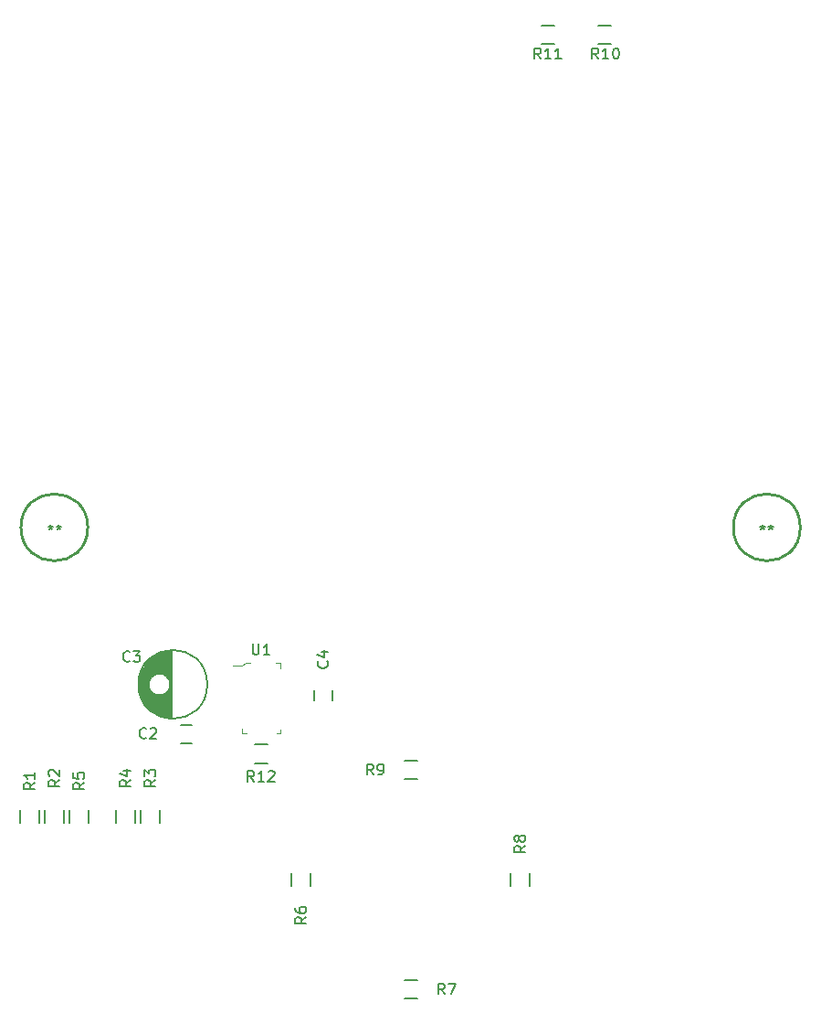
<source format=gbr>
G04 #@! TF.FileFunction,Legend,Top*
%FSLAX46Y46*%
G04 Gerber Fmt 4.6, Leading zero omitted, Abs format (unit mm)*
G04 Created by KiCad (PCBNEW 4.0.2+dfsg1-stable) date Thu 23 Aug 2018 11:31:02 AM EDT*
%MOMM*%
G01*
G04 APERTURE LIST*
%ADD10C,0.100000*%
%ADD11C,0.254000*%
%ADD12C,0.150000*%
G04 APERTURE END LIST*
D10*
D11*
X68100000Y-102000000D02*
G75*
G03X68100000Y-102000000I-3100000J0D01*
G01*
X134154000Y-102000000D02*
G75*
G03X134154000Y-102000000I-3100000J0D01*
G01*
D12*
X68185000Y-128178000D02*
X68185000Y-129378000D01*
X66435000Y-129378000D02*
X66435000Y-128178000D01*
X115376400Y-55513000D02*
X116576400Y-55513000D01*
X116576400Y-57263000D02*
X115376400Y-57263000D01*
X110144000Y-55513000D02*
X111344000Y-55513000D01*
X111344000Y-57263000D02*
X110144000Y-57263000D01*
X76734929Y-121960373D02*
X77734929Y-121960373D01*
X77734929Y-120260373D02*
X76734929Y-120260373D01*
X75909929Y-119687373D02*
X75909929Y-113389373D01*
X75769929Y-119681373D02*
X75769929Y-113395373D01*
X75629929Y-119668373D02*
X75629929Y-116984373D01*
X75629929Y-116092373D02*
X75629929Y-113408373D01*
X75489929Y-119649373D02*
X75489929Y-117194373D01*
X75489929Y-115882373D02*
X75489929Y-113427373D01*
X75349929Y-119623373D02*
X75349929Y-117327373D01*
X75349929Y-115749373D02*
X75349929Y-113453373D01*
X75209929Y-119591373D02*
X75209929Y-117418373D01*
X75209929Y-115658373D02*
X75209929Y-113485373D01*
X75069929Y-119552373D02*
X75069929Y-117480373D01*
X75069929Y-115596373D02*
X75069929Y-113524373D01*
X74929929Y-119506373D02*
X74929929Y-117519373D01*
X74929929Y-115557373D02*
X74929929Y-113570373D01*
X74789929Y-119453373D02*
X74789929Y-117536373D01*
X74789929Y-115540373D02*
X74789929Y-113623373D01*
X74649929Y-119391373D02*
X74649929Y-117534373D01*
X74649929Y-115542373D02*
X74649929Y-113685373D01*
X74509929Y-119321373D02*
X74509929Y-117512373D01*
X74509929Y-115564373D02*
X74509929Y-113755373D01*
X74369929Y-119242373D02*
X74369929Y-117469373D01*
X74369929Y-115607373D02*
X74369929Y-113834373D01*
X74229929Y-119154373D02*
X74229929Y-117401373D01*
X74229929Y-115675373D02*
X74229929Y-113922373D01*
X74089929Y-119054373D02*
X74089929Y-117302373D01*
X74089929Y-115774373D02*
X74089929Y-114022373D01*
X73949929Y-118942373D02*
X73949929Y-117157373D01*
X73949929Y-115919373D02*
X73949929Y-114134373D01*
X73809929Y-118817373D02*
X73809929Y-116918373D01*
X73809929Y-116158373D02*
X73809929Y-114259373D01*
X73669929Y-118674373D02*
X73669929Y-114402373D01*
X73529929Y-118512373D02*
X73529929Y-114564373D01*
X73389929Y-118324373D02*
X73389929Y-114752373D01*
X73249929Y-118101373D02*
X73249929Y-114975373D01*
X73109929Y-117825373D02*
X73109929Y-115251373D01*
X72969929Y-117450373D02*
X72969929Y-115626373D01*
X75734929Y-116538373D02*
G75*
G03X75734929Y-116538373I-1000000J0D01*
G01*
X79172429Y-116538373D02*
G75*
G03X79172429Y-116538373I-3187500J0D01*
G01*
X89084929Y-117054373D02*
X89084929Y-118054373D01*
X90784929Y-118054373D02*
X90784929Y-117054373D01*
X63613000Y-128178000D02*
X63613000Y-129378000D01*
X61863000Y-129378000D02*
X61863000Y-128178000D01*
X65899000Y-128178000D02*
X65899000Y-129378000D01*
X64149000Y-129378000D02*
X64149000Y-128178000D01*
X74789000Y-128178000D02*
X74789000Y-129378000D01*
X73039000Y-129378000D02*
X73039000Y-128178000D01*
X70753000Y-129378000D02*
X70753000Y-128178000D01*
X72503000Y-128178000D02*
X72503000Y-129378000D01*
D10*
X83169929Y-114533373D02*
X82694929Y-114533373D01*
X82694929Y-114533373D02*
X82369929Y-114833373D01*
X82369929Y-114833373D02*
X81569929Y-114833373D01*
X82844929Y-121083373D02*
X82369929Y-121083373D01*
X82369929Y-121083373D02*
X82369929Y-120633373D01*
X85919929Y-115033373D02*
X85919929Y-114533373D01*
X85919929Y-114533373D02*
X85519929Y-114533373D01*
X85919929Y-120708373D02*
X85919929Y-121083373D01*
X85919929Y-121083373D02*
X85619929Y-121083373D01*
D12*
X88759000Y-134020000D02*
X88759000Y-135220000D01*
X87009000Y-135220000D02*
X87009000Y-134020000D01*
X97444000Y-143905000D02*
X98644000Y-143905000D01*
X98644000Y-145655000D02*
X97444000Y-145655000D01*
X107329000Y-135220000D02*
X107329000Y-134020000D01*
X109079000Y-134020000D02*
X109079000Y-135220000D01*
X98644000Y-125335000D02*
X97444000Y-125335000D01*
X97444000Y-123585000D02*
X98644000Y-123585000D01*
X83549993Y-122107401D02*
X84749993Y-122107401D01*
X84749993Y-123857401D02*
X83549993Y-123857401D01*
X64643047Y-101763581D02*
X64643047Y-102001676D01*
X64404952Y-101906438D02*
X64643047Y-102001676D01*
X64881143Y-101906438D01*
X64500190Y-102192152D02*
X64643047Y-102001676D01*
X64785905Y-102192152D01*
X65404952Y-101763581D02*
X65404952Y-102001676D01*
X65166857Y-101906438D02*
X65404952Y-102001676D01*
X65643048Y-101906438D01*
X65262095Y-102192152D02*
X65404952Y-102001676D01*
X65547810Y-102192152D01*
X130657647Y-101788981D02*
X130657647Y-102027076D01*
X130419552Y-101931838D02*
X130657647Y-102027076D01*
X130895743Y-101931838D01*
X130514790Y-102217552D02*
X130657647Y-102027076D01*
X130800505Y-102217552D01*
X131419552Y-101788981D02*
X131419552Y-102027076D01*
X131181457Y-101931838D02*
X131419552Y-102027076D01*
X131657648Y-101931838D01*
X131276695Y-102217552D02*
X131419552Y-102027076D01*
X131562410Y-102217552D01*
X67762381Y-125642666D02*
X67286190Y-125976000D01*
X67762381Y-126214095D02*
X66762381Y-126214095D01*
X66762381Y-125833142D01*
X66810000Y-125737904D01*
X66857619Y-125690285D01*
X66952857Y-125642666D01*
X67095714Y-125642666D01*
X67190952Y-125690285D01*
X67238571Y-125737904D01*
X67286190Y-125833142D01*
X67286190Y-126214095D01*
X66762381Y-124737904D02*
X66762381Y-125214095D01*
X67238571Y-125261714D01*
X67190952Y-125214095D01*
X67143333Y-125118857D01*
X67143333Y-124880761D01*
X67190952Y-124785523D01*
X67238571Y-124737904D01*
X67333810Y-124690285D01*
X67571905Y-124690285D01*
X67667143Y-124737904D01*
X67714762Y-124785523D01*
X67762381Y-124880761D01*
X67762381Y-125118857D01*
X67714762Y-125214095D01*
X67667143Y-125261714D01*
X115435143Y-58618381D02*
X115101809Y-58142190D01*
X114863714Y-58618381D02*
X114863714Y-57618381D01*
X115244667Y-57618381D01*
X115339905Y-57666000D01*
X115387524Y-57713619D01*
X115435143Y-57808857D01*
X115435143Y-57951714D01*
X115387524Y-58046952D01*
X115339905Y-58094571D01*
X115244667Y-58142190D01*
X114863714Y-58142190D01*
X116387524Y-58618381D02*
X115816095Y-58618381D01*
X116101809Y-58618381D02*
X116101809Y-57618381D01*
X116006571Y-57761238D01*
X115911333Y-57856476D01*
X115816095Y-57904095D01*
X117006571Y-57618381D02*
X117101810Y-57618381D01*
X117197048Y-57666000D01*
X117244667Y-57713619D01*
X117292286Y-57808857D01*
X117339905Y-57999333D01*
X117339905Y-58237429D01*
X117292286Y-58427905D01*
X117244667Y-58523143D01*
X117197048Y-58570762D01*
X117101810Y-58618381D01*
X117006571Y-58618381D01*
X116911333Y-58570762D01*
X116863714Y-58523143D01*
X116816095Y-58427905D01*
X116768476Y-58237429D01*
X116768476Y-57999333D01*
X116816095Y-57808857D01*
X116863714Y-57713619D01*
X116911333Y-57666000D01*
X117006571Y-57618381D01*
X110101143Y-58618381D02*
X109767809Y-58142190D01*
X109529714Y-58618381D02*
X109529714Y-57618381D01*
X109910667Y-57618381D01*
X110005905Y-57666000D01*
X110053524Y-57713619D01*
X110101143Y-57808857D01*
X110101143Y-57951714D01*
X110053524Y-58046952D01*
X110005905Y-58094571D01*
X109910667Y-58142190D01*
X109529714Y-58142190D01*
X111053524Y-58618381D02*
X110482095Y-58618381D01*
X110767809Y-58618381D02*
X110767809Y-57618381D01*
X110672571Y-57761238D01*
X110577333Y-57856476D01*
X110482095Y-57904095D01*
X112005905Y-58618381D02*
X111434476Y-58618381D01*
X111720190Y-58618381D02*
X111720190Y-57618381D01*
X111624952Y-57761238D01*
X111529714Y-57856476D01*
X111434476Y-57904095D01*
X73512263Y-121467516D02*
X73464644Y-121515135D01*
X73321787Y-121562754D01*
X73226549Y-121562754D01*
X73083691Y-121515135D01*
X72988453Y-121419897D01*
X72940834Y-121324659D01*
X72893215Y-121134183D01*
X72893215Y-120991325D01*
X72940834Y-120800849D01*
X72988453Y-120705611D01*
X73083691Y-120610373D01*
X73226549Y-120562754D01*
X73321787Y-120562754D01*
X73464644Y-120610373D01*
X73512263Y-120657992D01*
X73893215Y-120657992D02*
X73940834Y-120610373D01*
X74036072Y-120562754D01*
X74274168Y-120562754D01*
X74369406Y-120610373D01*
X74417025Y-120657992D01*
X74464644Y-120753230D01*
X74464644Y-120848468D01*
X74417025Y-120991325D01*
X73845596Y-121562754D01*
X74464644Y-121562754D01*
X71988263Y-114355516D02*
X71940644Y-114403135D01*
X71797787Y-114450754D01*
X71702549Y-114450754D01*
X71559691Y-114403135D01*
X71464453Y-114307897D01*
X71416834Y-114212659D01*
X71369215Y-114022183D01*
X71369215Y-113879325D01*
X71416834Y-113688849D01*
X71464453Y-113593611D01*
X71559691Y-113498373D01*
X71702549Y-113450754D01*
X71797787Y-113450754D01*
X71940644Y-113498373D01*
X71988263Y-113545992D01*
X72321596Y-113450754D02*
X72940644Y-113450754D01*
X72607310Y-113831706D01*
X72750168Y-113831706D01*
X72845406Y-113879325D01*
X72893025Y-113926944D01*
X72940644Y-114022183D01*
X72940644Y-114260278D01*
X72893025Y-114355516D01*
X72845406Y-114403135D01*
X72750168Y-114450754D01*
X72464453Y-114450754D01*
X72369215Y-114403135D01*
X72321596Y-114355516D01*
X90292072Y-114399039D02*
X90339691Y-114446658D01*
X90387310Y-114589515D01*
X90387310Y-114684753D01*
X90339691Y-114827611D01*
X90244453Y-114922849D01*
X90149215Y-114970468D01*
X89958739Y-115018087D01*
X89815881Y-115018087D01*
X89625405Y-114970468D01*
X89530167Y-114922849D01*
X89434929Y-114827611D01*
X89387310Y-114684753D01*
X89387310Y-114589515D01*
X89434929Y-114446658D01*
X89482548Y-114399039D01*
X89720643Y-113541896D02*
X90387310Y-113541896D01*
X89339691Y-113779992D02*
X90053977Y-114018087D01*
X90053977Y-113399039D01*
X63190381Y-125642666D02*
X62714190Y-125976000D01*
X63190381Y-126214095D02*
X62190381Y-126214095D01*
X62190381Y-125833142D01*
X62238000Y-125737904D01*
X62285619Y-125690285D01*
X62380857Y-125642666D01*
X62523714Y-125642666D01*
X62618952Y-125690285D01*
X62666571Y-125737904D01*
X62714190Y-125833142D01*
X62714190Y-126214095D01*
X63190381Y-124690285D02*
X63190381Y-125261714D01*
X63190381Y-124976000D02*
X62190381Y-124976000D01*
X62333238Y-125071238D01*
X62428476Y-125166476D01*
X62476095Y-125261714D01*
X65476381Y-125388666D02*
X65000190Y-125722000D01*
X65476381Y-125960095D02*
X64476381Y-125960095D01*
X64476381Y-125579142D01*
X64524000Y-125483904D01*
X64571619Y-125436285D01*
X64666857Y-125388666D01*
X64809714Y-125388666D01*
X64904952Y-125436285D01*
X64952571Y-125483904D01*
X65000190Y-125579142D01*
X65000190Y-125960095D01*
X64571619Y-125007714D02*
X64524000Y-124960095D01*
X64476381Y-124864857D01*
X64476381Y-124626761D01*
X64524000Y-124531523D01*
X64571619Y-124483904D01*
X64666857Y-124436285D01*
X64762095Y-124436285D01*
X64904952Y-124483904D01*
X65476381Y-125055333D01*
X65476381Y-124436285D01*
X74366381Y-125388666D02*
X73890190Y-125722000D01*
X74366381Y-125960095D02*
X73366381Y-125960095D01*
X73366381Y-125579142D01*
X73414000Y-125483904D01*
X73461619Y-125436285D01*
X73556857Y-125388666D01*
X73699714Y-125388666D01*
X73794952Y-125436285D01*
X73842571Y-125483904D01*
X73890190Y-125579142D01*
X73890190Y-125960095D01*
X73366381Y-125055333D02*
X73366381Y-124436285D01*
X73747333Y-124769619D01*
X73747333Y-124626761D01*
X73794952Y-124531523D01*
X73842571Y-124483904D01*
X73937810Y-124436285D01*
X74175905Y-124436285D01*
X74271143Y-124483904D01*
X74318762Y-124531523D01*
X74366381Y-124626761D01*
X74366381Y-124912476D01*
X74318762Y-125007714D01*
X74271143Y-125055333D01*
X72080381Y-125388666D02*
X71604190Y-125722000D01*
X72080381Y-125960095D02*
X71080381Y-125960095D01*
X71080381Y-125579142D01*
X71128000Y-125483904D01*
X71175619Y-125436285D01*
X71270857Y-125388666D01*
X71413714Y-125388666D01*
X71508952Y-125436285D01*
X71556571Y-125483904D01*
X71604190Y-125579142D01*
X71604190Y-125960095D01*
X71413714Y-124531523D02*
X72080381Y-124531523D01*
X71032762Y-124769619D02*
X71747048Y-125007714D01*
X71747048Y-124388666D01*
X83388088Y-112782782D02*
X83388088Y-113592306D01*
X83435707Y-113687544D01*
X83483326Y-113735163D01*
X83578564Y-113782782D01*
X83769041Y-113782782D01*
X83864279Y-113735163D01*
X83911898Y-113687544D01*
X83959517Y-113592306D01*
X83959517Y-112782782D01*
X84959517Y-113782782D02*
X84388088Y-113782782D01*
X84673802Y-113782782D02*
X84673802Y-112782782D01*
X84578564Y-112925639D01*
X84483326Y-113020877D01*
X84388088Y-113068496D01*
X88336381Y-138088666D02*
X87860190Y-138422000D01*
X88336381Y-138660095D02*
X87336381Y-138660095D01*
X87336381Y-138279142D01*
X87384000Y-138183904D01*
X87431619Y-138136285D01*
X87526857Y-138088666D01*
X87669714Y-138088666D01*
X87764952Y-138136285D01*
X87812571Y-138183904D01*
X87860190Y-138279142D01*
X87860190Y-138660095D01*
X87336381Y-137231523D02*
X87336381Y-137422000D01*
X87384000Y-137517238D01*
X87431619Y-137564857D01*
X87574476Y-137660095D01*
X87764952Y-137707714D01*
X88145905Y-137707714D01*
X88241143Y-137660095D01*
X88288762Y-137612476D01*
X88336381Y-137517238D01*
X88336381Y-137326761D01*
X88288762Y-137231523D01*
X88241143Y-137183904D01*
X88145905Y-137136285D01*
X87907810Y-137136285D01*
X87812571Y-137183904D01*
X87764952Y-137231523D01*
X87717333Y-137326761D01*
X87717333Y-137517238D01*
X87764952Y-137612476D01*
X87812571Y-137660095D01*
X87907810Y-137707714D01*
X101179334Y-145232381D02*
X100846000Y-144756190D01*
X100607905Y-145232381D02*
X100607905Y-144232381D01*
X100988858Y-144232381D01*
X101084096Y-144280000D01*
X101131715Y-144327619D01*
X101179334Y-144422857D01*
X101179334Y-144565714D01*
X101131715Y-144660952D01*
X101084096Y-144708571D01*
X100988858Y-144756190D01*
X100607905Y-144756190D01*
X101512667Y-144232381D02*
X102179334Y-144232381D01*
X101750762Y-145232381D01*
X108656381Y-131484666D02*
X108180190Y-131818000D01*
X108656381Y-132056095D02*
X107656381Y-132056095D01*
X107656381Y-131675142D01*
X107704000Y-131579904D01*
X107751619Y-131532285D01*
X107846857Y-131484666D01*
X107989714Y-131484666D01*
X108084952Y-131532285D01*
X108132571Y-131579904D01*
X108180190Y-131675142D01*
X108180190Y-132056095D01*
X108084952Y-130913238D02*
X108037333Y-131008476D01*
X107989714Y-131056095D01*
X107894476Y-131103714D01*
X107846857Y-131103714D01*
X107751619Y-131056095D01*
X107704000Y-131008476D01*
X107656381Y-130913238D01*
X107656381Y-130722761D01*
X107704000Y-130627523D01*
X107751619Y-130579904D01*
X107846857Y-130532285D01*
X107894476Y-130532285D01*
X107989714Y-130579904D01*
X108037333Y-130627523D01*
X108084952Y-130722761D01*
X108084952Y-130913238D01*
X108132571Y-131008476D01*
X108180190Y-131056095D01*
X108275429Y-131103714D01*
X108465905Y-131103714D01*
X108561143Y-131056095D01*
X108608762Y-131008476D01*
X108656381Y-130913238D01*
X108656381Y-130722761D01*
X108608762Y-130627523D01*
X108561143Y-130579904D01*
X108465905Y-130532285D01*
X108275429Y-130532285D01*
X108180190Y-130579904D01*
X108132571Y-130627523D01*
X108084952Y-130722761D01*
X94575334Y-124912381D02*
X94242000Y-124436190D01*
X94003905Y-124912381D02*
X94003905Y-123912381D01*
X94384858Y-123912381D01*
X94480096Y-123960000D01*
X94527715Y-124007619D01*
X94575334Y-124102857D01*
X94575334Y-124245714D01*
X94527715Y-124340952D01*
X94480096Y-124388571D01*
X94384858Y-124436190D01*
X94003905Y-124436190D01*
X95051524Y-124912381D02*
X95242000Y-124912381D01*
X95337239Y-124864762D01*
X95384858Y-124817143D01*
X95480096Y-124674286D01*
X95527715Y-124483810D01*
X95527715Y-124102857D01*
X95480096Y-124007619D01*
X95432477Y-123960000D01*
X95337239Y-123912381D01*
X95146762Y-123912381D01*
X95051524Y-123960000D01*
X95003905Y-124007619D01*
X94956286Y-124102857D01*
X94956286Y-124340952D01*
X95003905Y-124436190D01*
X95051524Y-124483810D01*
X95146762Y-124531429D01*
X95337239Y-124531429D01*
X95432477Y-124483810D01*
X95480096Y-124436190D01*
X95527715Y-124340952D01*
X83507136Y-125534782D02*
X83173802Y-125058591D01*
X82935707Y-125534782D02*
X82935707Y-124534782D01*
X83316660Y-124534782D01*
X83411898Y-124582401D01*
X83459517Y-124630020D01*
X83507136Y-124725258D01*
X83507136Y-124868115D01*
X83459517Y-124963353D01*
X83411898Y-125010972D01*
X83316660Y-125058591D01*
X82935707Y-125058591D01*
X84459517Y-125534782D02*
X83888088Y-125534782D01*
X84173802Y-125534782D02*
X84173802Y-124534782D01*
X84078564Y-124677639D01*
X83983326Y-124772877D01*
X83888088Y-124820496D01*
X84840469Y-124630020D02*
X84888088Y-124582401D01*
X84983326Y-124534782D01*
X85221422Y-124534782D01*
X85316660Y-124582401D01*
X85364279Y-124630020D01*
X85411898Y-124725258D01*
X85411898Y-124820496D01*
X85364279Y-124963353D01*
X84792850Y-125534782D01*
X85411898Y-125534782D01*
M02*

</source>
